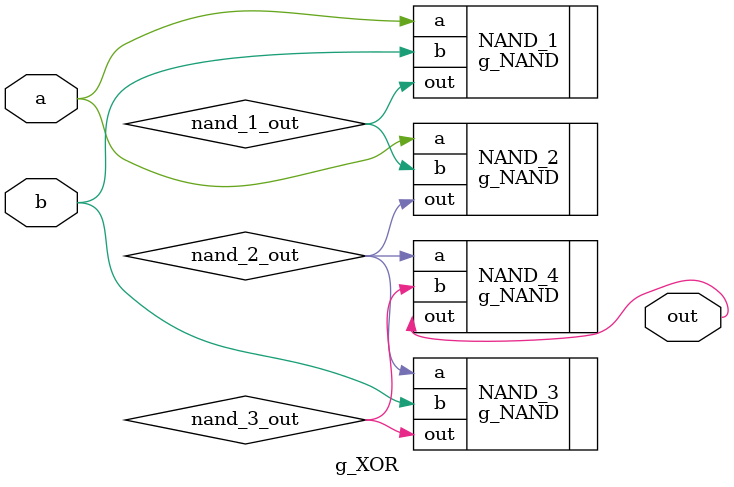
<source format=v>

module g_XOR
(
    input  a, b,
    output out
);

wire nand_1_out, nand_2_out, nand_3_out, nand_4_out;

g_NAND NAND_1 ( .a(a),          .b(b),          .out(nand_1_out) );
g_NAND NAND_2 ( .a(a),          .b(nand_1_out), .out(nand_2_out) );
g_NAND NAND_3 ( .a(nand_2_out), .b(b),          .out(nand_3_out) );
g_NAND NAND_4 ( .a(nand_2_out), .b(nand_3_out), .out(out)        );

endmodule

</source>
